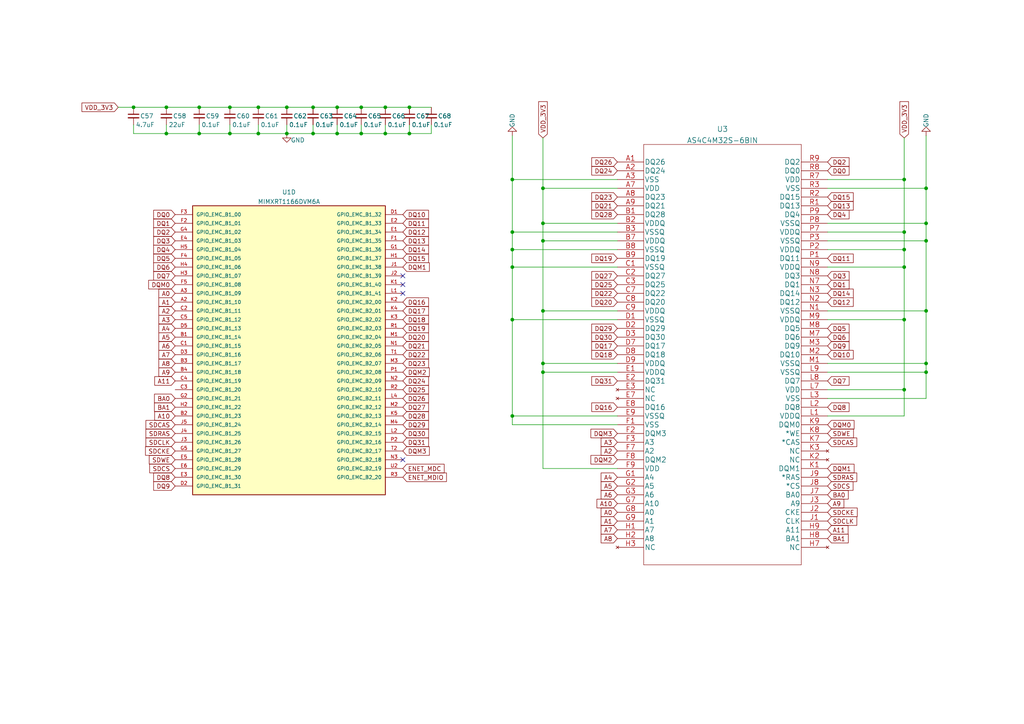
<source format=kicad_sch>
(kicad_sch (version 20230121) (generator eeschema)
  (paper "A4")
  (junction (at 48.26 38.735))
  (junction (at 262.255 67.31))
  (junction (at 38.735 31.115))
  (junction (at 83.185 31.115))
  (junction (at 268.605 64.77))
  (junction (at 148.59 120.65))
  (junction (at 262.255 77.47))
  (junction (at 104.775 38.735))
  (junction (at 118.745 31.115))
  (junction (at 268.605 90.17))
  (junction (at 111.76 38.735))
  (junction (at 262.255 113.03))
  (junction (at 148.59 92.71))
  (junction (at 148.59 52.07))
  (junction (at 104.775 31.115))
  (junction (at 74.93 38.735))
  (junction (at 268.605 107.95))
  (junction (at 83.185 38.735))
  (junction (at 66.675 38.735))
  (junction (at 157.48 107.95))
  (junction (at 262.255 72.39))
  (junction (at 157.48 90.17))
  (junction (at 148.59 67.31))
  (junction (at 90.805 38.735))
  (junction (at 97.79 31.115))
  (junction (at 262.255 92.71))
  (junction (at 66.675 31.115))
  (junction (at 148.59 77.47))
  (junction (at 157.48 64.77))
  (junction (at 48.26 31.115))
  (junction (at 262.255 52.07))
  (junction (at 90.805 31.115))
  (junction (at 268.605 69.85))
  (junction (at 57.785 31.115))
  (junction (at 157.48 105.41))
  (junction (at 157.48 54.61))
  (junction (at 97.79 38.735))
  (junction (at 268.605 105.41))
  (junction (at 148.59 72.39))
  (junction (at 118.745 38.735))
  (junction (at 268.605 54.61))
  (junction (at 57.785 38.735))
  (junction (at 157.48 69.85))
  (junction (at 74.93 31.115))
  (junction (at 111.76 31.115))
  (no_connect (at 116.84 82.55))
  (no_connect (at 116.84 85.09))
  (no_connect (at 116.84 133.35))
  (no_connect (at 116.84 80.01))
  (wire (pts (xy 148.59 120.65) (xy 148.59 92.71)))
  (wire (pts (xy 157.48 90.17) (xy 157.48 105.41)))
  (wire (pts (xy 179.07 123.19) (xy 148.59 123.19)))
  (wire (pts (xy 157.48 54.61) (xy 179.07 54.61)))
  (wire (pts (xy 262.255 92.71) (xy 262.255 77.47)))
  (wire (pts (xy 157.48 40.005) (xy 157.48 54.61)))
  (wire (pts (xy 74.93 38.735) (xy 83.185 38.735)))
  (wire (pts (xy 104.775 36.195) (xy 104.775 38.735)))
  (wire (pts (xy 262.255 67.31) (xy 262.255 52.07)))
  (wire (pts (xy 240.03 105.41) (xy 268.605 105.41)))
  (wire (pts (xy 240.03 67.31) (xy 262.255 67.31)))
  (wire (pts (xy 157.48 64.77) (xy 157.48 69.85)))
  (wire (pts (xy 118.745 31.115) (xy 125.095 31.115)))
  (wire (pts (xy 90.805 38.735) (xy 97.79 38.735)))
  (wire (pts (xy 179.07 52.07) (xy 148.59 52.07)))
  (wire (pts (xy 83.185 36.195) (xy 83.185 38.735)))
  (wire (pts (xy 57.785 31.115) (xy 66.675 31.115)))
  (wire (pts (xy 97.79 31.115) (xy 104.775 31.115)))
  (wire (pts (xy 268.605 115.57) (xy 268.605 107.95)))
  (wire (pts (xy 97.79 36.195) (xy 97.79 38.735)))
  (wire (pts (xy 83.185 38.735) (xy 90.805 38.735)))
  (wire (pts (xy 179.07 92.71) (xy 148.59 92.71)))
  (wire (pts (xy 148.59 52.07) (xy 148.59 39.37)))
  (wire (pts (xy 262.255 72.39) (xy 262.255 67.31)))
  (wire (pts (xy 240.03 69.85) (xy 268.605 69.85)))
  (wire (pts (xy 38.735 38.735) (xy 48.26 38.735)))
  (wire (pts (xy 74.93 36.195) (xy 74.93 38.735)))
  (wire (pts (xy 240.03 54.61) (xy 268.605 54.61)))
  (wire (pts (xy 148.59 123.19) (xy 148.59 120.65)))
  (wire (pts (xy 240.03 107.95) (xy 268.605 107.95)))
  (wire (pts (xy 179.07 77.47) (xy 148.59 77.47)))
  (wire (pts (xy 48.26 36.195) (xy 48.26 38.735)))
  (wire (pts (xy 34.29 31.115) (xy 38.735 31.115)))
  (wire (pts (xy 97.79 38.735) (xy 104.775 38.735)))
  (wire (pts (xy 148.59 92.71) (xy 148.59 77.47)))
  (wire (pts (xy 262.255 77.47) (xy 262.255 72.39)))
  (wire (pts (xy 240.03 120.65) (xy 262.255 120.65)))
  (wire (pts (xy 125.095 36.195) (xy 125.095 38.735)))
  (wire (pts (xy 179.07 135.89) (xy 157.48 135.89)))
  (wire (pts (xy 262.255 120.65) (xy 262.255 113.03)))
  (wire (pts (xy 268.605 64.77) (xy 268.605 54.61)))
  (wire (pts (xy 179.07 120.65) (xy 148.59 120.65)))
  (wire (pts (xy 268.605 39.37) (xy 268.605 54.61)))
  (wire (pts (xy 179.07 90.17) (xy 157.48 90.17)))
  (wire (pts (xy 240.03 64.77) (xy 268.605 64.77)))
  (wire (pts (xy 179.07 69.85) (xy 157.48 69.85)))
  (wire (pts (xy 148.59 67.31) (xy 148.59 52.07)))
  (wire (pts (xy 240.03 72.39) (xy 262.255 72.39)))
  (wire (pts (xy 66.675 36.195) (xy 66.675 38.735)))
  (wire (pts (xy 111.76 38.735) (xy 118.745 38.735)))
  (wire (pts (xy 104.775 38.735) (xy 111.76 38.735)))
  (wire (pts (xy 262.255 113.03) (xy 262.255 92.71)))
  (wire (pts (xy 66.675 31.115) (xy 74.93 31.115)))
  (wire (pts (xy 48.26 31.115) (xy 57.785 31.115)))
  (wire (pts (xy 83.185 31.115) (xy 90.805 31.115)))
  (wire (pts (xy 268.605 107.95) (xy 268.605 105.41)))
  (wire (pts (xy 157.48 54.61) (xy 157.48 64.77)))
  (wire (pts (xy 148.59 77.47) (xy 148.59 72.39)))
  (wire (pts (xy 90.805 36.195) (xy 90.805 38.735)))
  (wire (pts (xy 179.07 72.39) (xy 148.59 72.39)))
  (wire (pts (xy 240.03 113.03) (xy 262.255 113.03)))
  (wire (pts (xy 179.07 107.95) (xy 157.48 107.95)))
  (wire (pts (xy 179.07 64.77) (xy 157.48 64.77)))
  (wire (pts (xy 262.255 52.07) (xy 262.255 40.005)))
  (wire (pts (xy 157.48 107.95) (xy 157.48 105.41)))
  (wire (pts (xy 66.675 38.735) (xy 74.93 38.735)))
  (wire (pts (xy 240.03 115.57) (xy 268.605 115.57)))
  (wire (pts (xy 179.07 67.31) (xy 148.59 67.31)))
  (wire (pts (xy 74.93 31.115) (xy 83.185 31.115)))
  (wire (pts (xy 240.03 90.17) (xy 268.605 90.17)))
  (wire (pts (xy 104.775 31.115) (xy 111.76 31.115)))
  (wire (pts (xy 268.605 90.17) (xy 268.605 69.85)))
  (wire (pts (xy 240.03 52.07) (xy 262.255 52.07)))
  (wire (pts (xy 57.785 36.195) (xy 57.785 38.735)))
  (wire (pts (xy 240.03 92.71) (xy 262.255 92.71)))
  (wire (pts (xy 111.76 31.115) (xy 118.745 31.115)))
  (wire (pts (xy 268.605 105.41) (xy 268.605 90.17)))
  (wire (pts (xy 38.735 31.115) (xy 48.26 31.115)))
  (wire (pts (xy 111.76 36.195) (xy 111.76 38.735)))
  (wire (pts (xy 38.735 36.195) (xy 38.735 38.735)))
  (wire (pts (xy 57.785 38.735) (xy 66.675 38.735)))
  (wire (pts (xy 157.48 90.17) (xy 157.48 69.85)))
  (wire (pts (xy 157.48 135.89) (xy 157.48 107.95)))
  (wire (pts (xy 268.605 69.85) (xy 268.605 64.77)))
  (wire (pts (xy 90.805 31.115) (xy 97.79 31.115)))
  (wire (pts (xy 240.03 77.47) (xy 262.255 77.47)))
  (wire (pts (xy 148.59 72.39) (xy 148.59 67.31)))
  (wire (pts (xy 48.26 38.735) (xy 57.785 38.735)))
  (wire (pts (xy 179.07 105.41) (xy 157.48 105.41)))
  (wire (pts (xy 118.745 36.195) (xy 118.745 38.735)))
  (wire (pts (xy 118.745 38.735) (xy 125.095 38.735)))
  (global_label "DQ17" (shape input) (at 116.84 90.17 0) (property "Intersheetrefs" "${INTERSHEET_REFS}" (effects hide)))
  (global_label "DQ28" (shape input) (at 179.07 62.23 180) (property "Intersheetrefs" "${INTERSHEET_REFS}" (effects hide)))
  (global_label "DQ3" (shape input) (at 240.03 80.01 0) (property "Intersheetrefs" "${INTERSHEET_REFS}" (effects hide)))
  (global_label "DQ20" (shape input) (at 116.84 97.79 0) (property "Intersheetrefs" "${INTERSHEET_REFS}" (effects hide)))
  (global_label "A6" (shape input) (at 179.07 143.51 180) (property "Intersheetrefs" "${INTERSHEET_REFS}" (effects hide)))
  (global_label "DQ23" (shape input) (at 179.07 57.15 180) (property "Intersheetrefs" "${INTERSHEET_REFS}" (effects hide)))
  (global_label "A2" (shape input) (at 50.8 90.17 180) (property "Intersheetrefs" "${INTERSHEET_REFS}" (effects hide)))
  (global_label "ENET_MDIO" (shape input) (at 116.84 138.43 0) (property "Intersheetrefs" "${INTERSHEET_REFS}" (effects hide)))
  (global_label "A11" (shape input) (at 50.8 110.49 180) (property "Intersheetrefs" "${INTERSHEET_REFS}" (effects hide)))
  (global_label "DQ9" (shape input) (at 50.8 140.97 180) (property "Intersheetrefs" "${INTERSHEET_REFS}" (effects hide)))
  (global_label "DQ25" (shape input) (at 179.07 82.55 180) (property "Intersheetrefs" "${INTERSHEET_REFS}" (effects hide)))
  (global_label "A5" (shape input) (at 179.07 140.97 180) (property "Intersheetrefs" "${INTERSHEET_REFS}" (effects hide)))
  (global_label "DQ1" (shape input) (at 50.8 64.77 180) (property "Intersheetrefs" "${INTERSHEET_REFS}" (effects hide)))
  (global_label "DQ26" (shape input) (at 116.84 115.57 0) (property "Intersheetrefs" "${INTERSHEET_REFS}" (effects hide)))
  (global_label "DQM1" (shape input) (at 116.84 77.47 0) (property "Intersheetrefs" "${INTERSHEET_REFS}" (effects hide)))
  (global_label "A1" (shape input) (at 179.07 151.13 180) (property "Intersheetrefs" "${INTERSHEET_REFS}" (effects hide)))
  (global_label "DQ14" (shape input) (at 240.03 85.09 0) (property "Intersheetrefs" "${INTERSHEET_REFS}" (effects hide)))
  (global_label "VDD_3V3" (shape input) (at 157.48 40.005 90) (property "Intersheetrefs" "${INTERSHEET_REFS}" (effects hide)))
  (global_label "DQ22" (shape input) (at 116.84 102.87 0) (property "Intersheetrefs" "${INTERSHEET_REFS}" (effects hide)))
  (global_label "DQ8" (shape input) (at 240.03 118.11 0) (property "Intersheetrefs" "${INTERSHEET_REFS}" (effects hide)))
  (global_label "DQ6" (shape input) (at 50.8 77.47 180) (property "Intersheetrefs" "${INTERSHEET_REFS}" (effects hide)))
  (global_label "DQ24" (shape input) (at 116.84 110.49 0) (property "Intersheetrefs" "${INTERSHEET_REFS}" (effects hide)))
  (global_label "DQ23" (shape input) (at 116.84 105.41 0) (property "Intersheetrefs" "${INTERSHEET_REFS}" (effects hide)))
  (global_label "DQ30" (shape input) (at 116.84 125.73 0) (property "Intersheetrefs" "${INTERSHEET_REFS}" (effects hide)))
  (global_label "DQ17" (shape input) (at 179.07 100.33 180) (property "Intersheetrefs" "${INTERSHEET_REFS}" (effects hide)))
  (global_label "BA0" (shape input) (at 240.03 143.51 0) (property "Intersheetrefs" "${INTERSHEET_REFS}" (effects hide)))
  (global_label "SDCLK" (shape input) (at 50.8 128.27 180) (property "Intersheetrefs" "${INTERSHEET_REFS}" (effects hide)))
  (global_label "A3" (shape input) (at 179.07 128.27 180) (property "Intersheetrefs" "${INTERSHEET_REFS}" (effects hide)))
  (global_label "DQ0" (shape input) (at 240.03 49.53 0) (property "Intersheetrefs" "${INTERSHEET_REFS}" (effects hide)))
  (global_label "DQ31" (shape input) (at 116.84 128.27 0) (property "Intersheetrefs" "${INTERSHEET_REFS}" (effects hide)))
  (global_label "DQ4" (shape input) (at 240.03 62.23 0) (property "Intersheetrefs" "${INTERSHEET_REFS}" (effects hide)))
  (global_label "A9" (shape input) (at 240.03 146.05 0) (property "Intersheetrefs" "${INTERSHEET_REFS}" (effects hide)))
  (global_label "A3" (shape input) (at 50.8 92.71 180) (property "Intersheetrefs" "${INTERSHEET_REFS}" (effects hide)))
  (global_label "SDWE" (shape input) (at 50.8 133.35 180) (property "Intersheetrefs" "${INTERSHEET_REFS}" (effects hide)))
  (global_label "SDRAS" (shape input) (at 240.03 138.43 0) (property "Intersheetrefs" "${INTERSHEET_REFS}" (effects hide)))
  (global_label "DQM2" (shape input) (at 116.84 107.95 0) (property "Intersheetrefs" "${INTERSHEET_REFS}" (effects hide)))
  (global_label "DQ12" (shape input) (at 116.84 67.31 0) (property "Intersheetrefs" "${INTERSHEET_REFS}" (effects hide)))
  (global_label "DQ13" (shape input) (at 116.84 69.85 0) (property "Intersheetrefs" "${INTERSHEET_REFS}" (effects hide)))
  (global_label "DQM3" (shape input) (at 116.84 130.81 0) (property "Intersheetrefs" "${INTERSHEET_REFS}" (effects hide)))
  (global_label "DQ14" (shape input) (at 116.84 72.39 0) (property "Intersheetrefs" "${INTERSHEET_REFS}" (effects hide)))
  (global_label "DQM0" (shape input) (at 240.03 123.19 0) (property "Intersheetrefs" "${INTERSHEET_REFS}" (effects hide)))
  (global_label "DQ21" (shape input) (at 179.07 59.69 180) (property "Intersheetrefs" "${INTERSHEET_REFS}" (effects hide)))
  (global_label "DQ3" (shape input) (at 50.8 69.85 180) (property "Intersheetrefs" "${INTERSHEET_REFS}" (effects hide)))
  (global_label "VDD_3V3" (shape input) (at 262.255 40.005 90) (property "Intersheetrefs" "${INTERSHEET_REFS}" (effects hide)))
  (global_label "DQ24" (shape input) (at 179.07 49.53 180) (property "Intersheetrefs" "${INTERSHEET_REFS}" (effects hide)))
  (global_label "DQ6" (shape input) (at 240.03 97.79 0) (property "Intersheetrefs" "${INTERSHEET_REFS}" (effects hide)))
  (global_label "DQ2" (shape input) (at 240.03 46.99 0) (property "Intersheetrefs" "${INTERSHEET_REFS}" (effects hide)))
  (global_label "SDCS" (shape input) (at 50.8 135.89 180) (property "Intersheetrefs" "${INTERSHEET_REFS}" (effects hide)))
  (global_label "BA1" (shape input) (at 50.8 118.11 180) (property "Intersheetrefs" "${INTERSHEET_REFS}" (effects hide)))
  (global_label "DQ26" (shape input) (at 179.07 46.99 180) (property "Intersheetrefs" "${INTERSHEET_REFS}" (effects hide)))
  (global_label "A0" (shape input) (at 179.07 148.59 180) (property "Intersheetrefs" "${INTERSHEET_REFS}" (effects hide)))
  (global_label "DQM1" (shape input) (at 240.03 135.89 0) (property "Intersheetrefs" "${INTERSHEET_REFS}" (effects hide)))
  (global_label "SDCAS" (shape input) (at 50.8 123.19 180) (property "Intersheetrefs" "${INTERSHEET_REFS}" (effects hide)))
  (global_label "DQ8" (shape input) (at 50.8 138.43 180) (property "Intersheetrefs" "${INTERSHEET_REFS}" (effects hide)))
  (global_label "DQ31" (shape input) (at 179.07 110.49 180) (property "Intersheetrefs" "${INTERSHEET_REFS}" (effects hide)))
  (global_label "A10" (shape input) (at 50.8 120.65 180) (property "Intersheetrefs" "${INTERSHEET_REFS}" (effects hide)))
  (global_label "DQ30" (shape input) (at 179.07 97.79 180) (property "Intersheetrefs" "${INTERSHEET_REFS}" (effects hide)))
  (global_label "DQ20" (shape input) (at 179.07 87.63 180) (property "Intersheetrefs" "${INTERSHEET_REFS}" (effects hide)))
  (global_label "DQ4" (shape input) (at 50.8 72.39 180) (property "Intersheetrefs" "${INTERSHEET_REFS}" (effects hide)))
  (global_label "DQ5" (shape input) (at 50.8 74.93 180) (property "Intersheetrefs" "${INTERSHEET_REFS}" (effects hide)))
  (global_label "SDCKE" (shape input) (at 240.03 148.59 0) (property "Intersheetrefs" "${INTERSHEET_REFS}" (effects hide)))
  (global_label "A2" (shape input) (at 179.07 130.81 180) (property "Intersheetrefs" "${INTERSHEET_REFS}" (effects hide)))
  (global_label "DQ10" (shape input) (at 240.03 102.87 0) (property "Intersheetrefs" "${INTERSHEET_REFS}" (effects hide)))
  (global_label "A4" (shape input) (at 179.07 138.43 180) (property "Intersheetrefs" "${INTERSHEET_REFS}" (effects hide)))
  (global_label "A8" (shape input) (at 179.07 156.21 180) (property "Intersheetrefs" "${INTERSHEET_REFS}" (effects hide)))
  (global_label "DQM3" (shape input) (at 179.07 125.73 180) (property "Intersheetrefs" "${INTERSHEET_REFS}" (effects hide)))
  (global_label "DQ5" (shape input) (at 240.03 95.25 0) (property "Intersheetrefs" "${INTERSHEET_REFS}" (effects hide)))
  (global_label "DQ21" (shape input) (at 116.84 100.33 0) (property "Intersheetrefs" "${INTERSHEET_REFS}" (effects hide)))
  (global_label "DQ29" (shape input) (at 116.84 123.19 0) (property "Intersheetrefs" "${INTERSHEET_REFS}" (effects hide)))
  (global_label "DQ28" (shape input) (at 116.84 120.65 0) (property "Intersheetrefs" "${INTERSHEET_REFS}" (effects hide)))
  (global_label "A4" (shape input) (at 50.8 95.25 180) (property "Intersheetrefs" "${INTERSHEET_REFS}" (effects hide)))
  (global_label "DQ19" (shape input) (at 179.07 74.93 180) (property "Intersheetrefs" "${INTERSHEET_REFS}" (effects hide)))
  (global_label "DQ22" (shape input) (at 179.07 85.09 180) (property "Intersheetrefs" "${INTERSHEET_REFS}" (effects hide)))
  (global_label "A0" (shape input) (at 50.8 85.09 180) (property "Intersheetrefs" "${INTERSHEET_REFS}" (effects hide)))
  (global_label "DQ11" (shape input) (at 240.03 74.93 0) (property "Intersheetrefs" "${INTERSHEET_REFS}" (effects hide)))
  (global_label "A7" (shape input) (at 50.8 102.87 180) (property "Intersheetrefs" "${INTERSHEET_REFS}" (effects hide)))
  (global_label "DQ13" (shape input) (at 240.03 59.69 0) (property "Intersheetrefs" "${INTERSHEET_REFS}" (effects hide)))
  (global_label "DQ7" (shape input) (at 240.03 110.49 0) (property "Intersheetrefs" "${INTERSHEET_REFS}" (effects hide)))
  (global_label "SDCAS" (shape input) (at 240.03 128.27 0) (property "Intersheetrefs" "${INTERSHEET_REFS}" (effects hide)))
  (global_label "DQ10" (shape input) (at 116.84 62.23 0) (property "Intersheetrefs" "${INTERSHEET_REFS}" (effects hide)))
  (global_label "DQ0" (shape input) (at 50.8 62.23 180) (property "Intersheetrefs" "${INTERSHEET_REFS}" (effects hide)))
  (global_label "VDD_3V3" (shape input) (at 34.29 31.115 180) (property "Intersheetrefs" "${INTERSHEET_REFS}" (effects hide)))
  (global_label "DQ16" (shape input) (at 179.07 118.11 180) (property "Intersheetrefs" "${INTERSHEET_REFS}" (effects hide)))
  (global_label "DQ16" (shape input) (at 116.84 87.63 0) (property "Intersheetrefs" "${INTERSHEET_REFS}" (effects hide)))
  (global_label "SDWE" (shape input) (at 240.03 125.73 0) (property "Intersheetrefs" "${INTERSHEET_REFS}" (effects hide)))
  (global_label "DQ15" (shape input) (at 116.84 74.93 0) (property "Intersheetrefs" "${INTERSHEET_REFS}" (effects hide)))
  (global_label "SDCS" (shape input) (at 240.03 140.97 0) (property "Intersheetrefs" "${INTERSHEET_REFS}" (effects hide)))
  (global_label "DQ11" (shape input) (at 116.84 64.77 0) (property "Intersheetrefs" "${INTERSHEET_REFS}" (effects hide)))
  (global_label "DQ29" (shape input) (at 179.07 95.25 180) (property "Intersheetrefs" "${INTERSHEET_REFS}" (effects hide)))
  (global_label "DQ15" (shape input) (at 240.03 57.15 0) (property "Intersheetrefs" "${INTERSHEET_REFS}" (effects hide)))
  (global_label "ENET_MDC" (shape input) (at 116.84 135.89 0) (property "Intersheetrefs" "${INTERSHEET_REFS}" (effects hide)))
  (global_label "A9" (shape input) (at 50.8 107.95 180) (property "Intersheetrefs" "${INTERSHEET_REFS}" (effects hide)))
  (global_label "SDCKE" (shape input) (at 50.8 130.81 180) (property "Intersheetrefs" "${INTERSHEET_REFS}" (effects hide)))
  (global_label "A6" (shape input) (at 50.8 100.33 180) (property "Intersheetrefs" "${INTERSHEET_REFS}" (effects hide)))
  (global_label "A8" (shape input) (at 50.8 105.41 180) (property "Intersheetrefs" "${INTERSHEET_REFS}" (effects hide)))
  (global_label "BA1" (shape input) (at 240.03 156.21 0) (property "Intersheetrefs" "${INTERSHEET_REFS}" (effects hide)))
  (global_label "A1" (shape input) (at 50.8 87.63 180) (property "Intersheetrefs" "${INTERSHEET_REFS}" (effects hide)))
  (global_label "DQM0" (shape input) (at 50.8 82.55 180) (property "Intersheetrefs" "${INTERSHEET_REFS}" (effects hide)))
  (global_label "DQM2" (shape input) (at 179.07 133.35 180) (property "Intersheetrefs" "${INTERSHEET_REFS}" (effects hide)))
  (global_label "DQ1" (shape input) (at 240.03 82.55 0) (property "Intersheetrefs" "${INTERSHEET_REFS}" (effects hide)))
  (global_label "DQ18" (shape input) (at 179.07 102.87 180) (property "Intersheetrefs" "${INTERSHEET_REFS}" (effects hide)))
  (global_label "A5" (shape input) (at 50.8 97.79 180) (property "Intersheetrefs" "${INTERSHEET_REFS}" (effects hide)))
  (global_label "BA0" (shape input) (at 50.8 115.57 180) (property "Intersheetrefs" "${INTERSHEET_REFS}" (effects hide)))
  (global_label "DQ25" (shape input) (at 116.84 113.03 0) (property "Intersheetrefs" "${INTERSHEET_REFS}" (effects hide)))
  (global_label "DQ18" (shape input) (at 116.84 92.71 0) (property "Intersheetrefs" "${INTERSHEET_REFS}" (effects hide)))
  (global_label "DQ19" (shape input) (at 116.84 95.25 0) (property "Intersheetrefs" "${INTERSHEET_REFS}" (effects hide)))
  (global_label "A7" (shape input) (at 179.07 153.67 180) (property "Intersheetrefs" "${INTERSHEET_REFS}" (effects hide)))
  (global_label "DQ7" (shape input) (at 50.8 80.01 180) (property "Intersheetrefs" "${INTERSHEET_REFS}" (effects hide)))
  (global_label "DQ27" (shape input) (at 116.84 118.11 0) (property "Intersheetrefs" "${INTERSHEET_REFS}" (effects hide)))
  (global_label "A11" (shape input) (at 240.03 153.67 0) (property "Intersheetrefs" "${INTERSHEET_REFS}" (effects hide)))
  (global_label "A10" (shape input) (at 179.07 146.05 180) (property "Intersheetrefs" "${INTERSHEET_REFS}" (effects hide)))
  (global_label "DQ12" (shape input) (at 240.03 87.63 0) (property "Intersheetrefs" "${INTERSHEET_REFS}" (effects hide)))
  (global_label "DQ2" (shape input) (at 50.8 67.31 180) (property "Intersheetrefs" "${INTERSHEET_REFS}" (effects hide)))
  (global_label "SDRAS" (shape input) (at 50.8 125.73 180) (property "Intersheetrefs" "${INTERSHEET_REFS}" (effects hide)))
  (global_label "SDCLK" (shape input) (at 240.03 151.13 0) (property "Intersheetrefs" "${INTERSHEET_REFS}" (effects hide)))
  (global_label "DQ27" (shape input) (at 179.07 80.01 180) (property "Intersheetrefs" "${INTERSHEET_REFS}" (effects hide)))
  (global_label "DQ9" (shape input) (at 240.03 100.33 0) (property "Intersheetrefs" "${INTERSHEET_REFS}" (effects hide)))
  (symbol (lib_id "power:GND") (at 268.605 39.37 180) (unit 1)
    (property "Reference" "#PWR048" (effects hide))
    (property "Value" "GND" (at 268.605 34.925 90))
  )
  (symbol (lib_id "Device:C_Small") (at 97.79 33.655 0) (unit 1)
    (property "Reference" "C64" (at 99.695 33.655 0) (effects (justify left)))
    (property "Value" "0.1uF" (at 98.425 36.195 0) (effects (justify left)))
    (property "Footprint" "Capacitor_SMD:C_0402_1005Metric" (effects hide))
  )
  (symbol (lib_id "Device:C_Small") (at 83.185 33.655 0) (unit 1)
    (property "Reference" "C62" (at 85.09 33.655 0) (effects (justify left)))
    (property "Value" "0.1uF" (at 83.82 36.195 0) (effects (justify left)))
    (property "Footprint" "Capacitor_SMD:C_0402_1005Metric" (effects hide))
  )
  (symbol (lib_id "power:GND") (at 83.185 38.735 0) (unit 1)
    (property "Reference" "#PWR046" (effects hide))
    (property "Value" "GND" (at 86.36 40.64 0))
  )
  (symbol (lib_id "Device:C_Small") (at 125.095 33.655 0) (unit 1)
    (property "Reference" "C68" (at 127 33.655 0) (effects (justify left)))
    (property "Value" "0.1uF" (at 125.73 36.195 0) (effects (justify left)))
    (property "Footprint" "Capacitor_SMD:C_0402_1005Metric" (effects hide))
  )
  (symbol (lib_id "Device:C_Small") (at 74.93 33.655 0) (unit 1)
    (property "Reference" "C61" (at 76.835 33.655 0) (effects (justify left)))
    (property "Value" "0.1uF" (at 75.565 36.195 0) (effects (justify left)))
    (property "Footprint" "Capacitor_SMD:C_0402_1005Metric" (effects hide))
  )
  (symbol (lib_id "MIMXRT1166DVM6A:MIMXRT1166DVM6A") (at 83.82 100.33 0) (unit 4)
    (property "Reference" "U1" (at 83.82 55.7235 0))
    (property "Value" "MIMXRT1166DVM6A" (at 83.82 58.4986 0))
    (property "Footprint" "MIMXRT1166DVM6A:MIMXRT1166DVM6A" (effects hide))
    (property "PARTREV" "Rev. 0" (effects hide))
    (property "MANUFACTURER" "NXP Semiconductors" (effects hide))
    (property "MAXIMUM_PACKAGE_HEIGHT" "1.52 mm" (effects hide))
    (property "STANDARD" "IPC 7351B" (effects hide))
  )
  (symbol (lib_id "AS4C4M32S-6BIN:AS4C4M32S-6BIN") (at 179.07 46.99 0) (unit 1)
    (property "Reference" "U3" (at 209.55 37.4426 0) (effects (font (size 1.524 1.524))))
    (property "Value" "AS4C4M32S-6BIN" (at 209.55 40.7216 0) (effects (font (size 1.524 1.524))))
    (property "Footprint" "AS4C4M32S-6BIN:AS4C4M32S-6BIN" (effects hide))
  )
  (symbol (lib_id "Device:C_Small") (at 104.775 33.655 0) (unit 1)
    (property "Reference" "C65" (at 106.68 33.655 0) (effects (justify left)))
    (property "Value" "0.1uF" (at 105.41 36.195 0) (effects (justify left)))
    (property "Footprint" "Capacitor_SMD:C_0402_1005Metric" (effects hide))
  )
  (symbol (lib_id "power:GND") (at 148.59 39.37 180) (unit 1)
    (property "Reference" "#PWR047" (effects hide))
    (property "Value" "GND" (at 148.59 34.925 90))
  )
  (symbol (lib_id "Device:C_Small") (at 118.745 33.655 0) (unit 1)
    (property "Reference" "C67" (at 120.65 33.655 0) (effects (justify left)))
    (property "Value" "0.1uF" (at 119.38 36.195 0) (effects (justify left)))
    (property "Footprint" "Capacitor_SMD:C_0402_1005Metric" (effects hide))
  )
  (symbol (lib_id "Device:C_Small") (at 48.26 33.655 0) (unit 1)
    (property "Reference" "C58" (at 50.165 33.655 0) (effects (justify left)))
    (property "Value" "22uF" (at 48.895 36.195 0) (effects (justify left)))
    (property "Footprint" "Capacitor_SMD:C_0603_1608Metric" (effects hide))
  )
  (symbol (lib_id "Device:C_Small") (at 111.76 33.655 0) (unit 1)
    (property "Reference" "C66" (at 113.665 33.655 0) (effects (justify left)))
    (property "Value" "0.1uF" (at 112.395 36.195 0) (effects (justify left)))
    (property "Footprint" "Capacitor_SMD:C_0402_1005Metric" (effects hide))
  )
  (symbol (lib_id "Device:C_Small") (at 38.735 33.655 0) (unit 1)
    (property "Reference" "C57" (at 40.64 33.655 0) (effects (justify left)))
    (property "Value" "4.7uF" (at 39.37 36.195 0) (effects (justify left)))
    (property "Footprint" "Capacitor_SMD:C_0402_1005Metric" (effects hide))
  )
  (symbol (lib_id "Device:C_Small") (at 57.785 33.655 0) (unit 1)
    (property "Reference" "C59" (at 59.69 33.655 0) (effects (justify left)))
    (property "Value" "0.1uF" (at 58.42 36.195 0) (effects (justify left)))
    (property "Footprint" "Capacitor_SMD:C_0402_1005Metric" (effects hide))
  )
  (symbol (lib_id "Device:C_Small") (at 66.675 33.655 0) (unit 1)
    (property "Reference" "C60" (at 68.58 33.655 0) (effects (justify left)))
    (property "Value" "0.1uF" (at 67.31 36.195 0) (effects (justify left)))
    (property "Footprint" "Capacitor_SMD:C_0402_1005Metric" (effects hide))
  )
  (symbol (lib_id "Device:C_Small") (at 90.805 33.655 0) (unit 1)
    (property "Reference" "C63" (at 92.71 33.655 0) (effects (justify left)))
    (property "Value" "0.1uF" (at 91.44 36.195 0) (effects (justify left)))
    (property "Footprint" "Capacitor_SMD:C_0402_1005Metric" (effects hide))
  )
)
</source>
